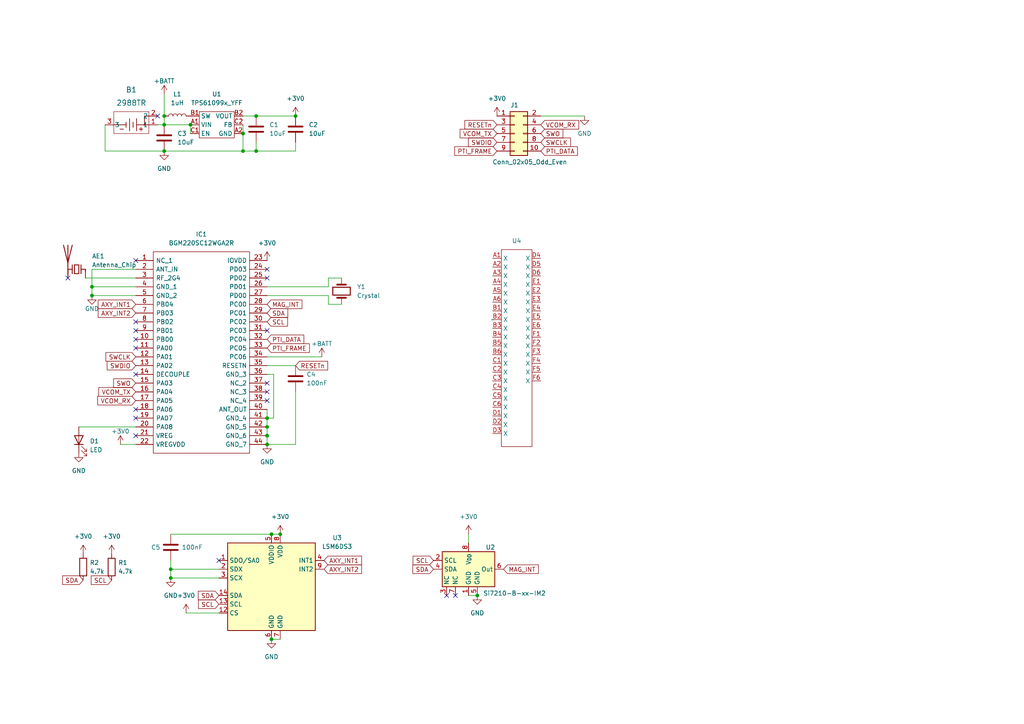
<source format=kicad_sch>
(kicad_sch (version 20230121) (generator eeschema)
  (paper "A4")
  (lib_symbols
    (symbol "BGM:BGM220SC12WGA2R" (pin_names (offset 0.762))
      (property "Reference" "IC" (at 34.29 7.62 0))
      (property "Value" "BGM220SC12WGA2R" (at 34.29 5.08 0))
      (symbol "BGM220SC12WGA2R_0_0"
        (pin passive line (at 0 0 0) (length 5.08) (name "NC_1") (number "1"))
        (pin passive line (at 0 -22.86 0) (length 5.08) (name "PB00") (number "10"))
        (pin passive line (at 0 -25.4 0) (length 5.08) (name "PA00") (number "11"))
        (pin passive line (at 0 -27.94 0) (length 5.08) (name "PA01") (number "12"))
        (pin passive line (at 0 -30.48 0) (length 5.08) (name "PA02") (number "13"))
        (pin passive line (at 0 -33.02 0) (length 5.08) (name "DECOUPLE") (number "14"))
        (pin passive line (at 0 -35.56 0) (length 5.08) (name "PA03") (number "15"))
        (pin passive line (at 0 -38.1 0) (length 5.08) (name "PA04") (number "16"))
        (pin passive line (at 0 -40.64 0) (length 5.08) (name "PA05") (number "17"))
        (pin passive line (at 0 -43.18 0) (length 5.08) (name "PA06") (number "18"))
        (pin passive line (at 0 -45.72 0) (length 5.08) (name "PA07") (number "19"))
        (pin passive line (at 0 -2.54 0) (length 5.08) (name "ANT_IN") (number "2"))
        (pin passive line (at 0 -48.26 0) (length 5.08) (name "PA08") (number "20"))
        (pin passive line (at 0 -50.8 0) (length 5.08) (name "VREG") (number "21"))
        (pin passive line (at 0 -53.34 0) (length 5.08) (name "VREGVDD") (number "22"))
        (pin passive line (at 38.1 0 180) (length 5.08) (name "IOVDD") (number "23"))
        (pin passive line (at 38.1 -2.54 180) (length 5.08) (name "PD03") (number "24"))
        (pin passive line (at 38.1 -5.08 180) (length 5.08) (name "PD02") (number "25"))
        (pin passive line (at 38.1 -7.62 180) (length 5.08) (name "PD01") (number "26"))
        (pin passive line (at 38.1 -10.16 180) (length 5.08) (name "PD00") (number "27"))
        (pin passive line (at 38.1 -12.7 180) (length 5.08) (name "PC00") (number "28"))
        (pin passive line (at 38.1 -15.24 180) (length 5.08) (name "PC01") (number "29"))
        (pin passive line (at 0 -5.08 0) (length 5.08) (name "RF_2G4") (number "3"))
        (pin passive line (at 38.1 -17.78 180) (length 5.08) (name "PC02") (number "30"))
        (pin passive line (at 38.1 -20.32 180) (length 5.08) (name "PC03") (number "31"))
        (pin passive line (at 38.1 -22.86 180) (length 5.08) (name "PC04") (number "32"))
        (pin passive line (at 38.1 -25.4 180) (length 5.08) (name "PC05") (number "33"))
        (pin passive line (at 38.1 -27.94 180) (length 5.08) (name "PC06") (number "34"))
        (pin passive line (at 38.1 -30.48 180) (length 5.08) (name "RESETN") (number "35"))
        (pin passive line (at 38.1 -33.02 180) (length 5.08) (name "GND_3") (number "36"))
        (pin passive line (at 38.1 -35.56 180) (length 5.08) (name "NC_2") (number "37"))
        (pin passive line (at 38.1 -38.1 180) (length 5.08) (name "NC_3") (number "38"))
        (pin passive line (at 38.1 -40.64 180) (length 5.08) (name "NC_4") (number "39"))
        (pin passive line (at 0 -7.62 0) (length 5.08) (name "GND_1") (number "4"))
        (pin passive line (at 38.1 -43.18 180) (length 5.08) (name "ANT_OUT") (number "40"))
        (pin passive line (at 38.1 -45.72 180) (length 5.08) (name "GND_4") (number "41"))
        (pin passive line (at 38.1 -48.26 180) (length 5.08) (name "GND_5") (number "42"))
        (pin passive line (at 38.1 -50.8 180) (length 5.08) (name "GND_6") (number "43"))
        (pin passive line (at 38.1 -53.34 180) (length 5.08) (name "GND_7") (number "44"))
        (pin passive line (at 0 -10.16 0) (length 5.08) (name "GND_2") (number "5"))
        (pin passive line (at 0 -12.7 0) (length 5.08) (name "PB04") (number "6"))
        (pin passive line (at 0 -15.24 0) (length 5.08) (name "PB03") (number "7"))
        (pin passive line (at 0 -17.78 0) (length 5.08) (name "PB02") (number "8"))
        (pin passive line (at 0 -20.32 0) (length 5.08) (name "PB01") (number "9"))
      )
      (symbol "BGM220SC12WGA2R_0_1"
        (polyline (pts (xy 5.08 2.54) (xy 33.02 2.54) (xy 33.02 -55.88) (xy 5.08 -55.88) (xy 5.08 2.54)) (stroke (width 0.1524)))
      )
    )
    (symbol "Batt:2988TR" (pin_names (offset 0.254))
      (property "Reference" "B" (at 7.62 8.89 0))
      (property "Value" "2988TR" (at 7.62 5.08 0))
      (symbol "2988TR_0_1"
        (polyline (pts (xy 2.54 -3.81) (xy 12.7 -3.81)) (stroke (width 0.127)))
        (polyline (pts (xy 2.54 -2.54) (xy 3.81 -2.54)) (stroke (width 0.2032)))
        (polyline (pts (xy 2.54 0) (xy 6.096 0)) (stroke (width 0.2032)))
        (polyline (pts (xy 2.54 2.54) (xy 2.54 -3.81)) (stroke (width 0.127)))
        (polyline (pts (xy 3.81 0) (xy 3.81 -2.54)) (stroke (width 0.2032)))
        (polyline (pts (xy 4.318 1.27) (xy 5.334 1.27)) (stroke (width 0.2032)))
        (polyline (pts (xy 4.826 1.778) (xy 4.826 0.762)) (stroke (width 0.2032)))
        (polyline (pts (xy 6.096 -1.778) (xy 6.096 1.778)) (stroke (width 0.2032)))
        (polyline (pts (xy 7.112 0.762) (xy 7.112 -0.762)) (stroke (width 0.2032)))
        (polyline (pts (xy 8.128 -1.778) (xy 8.128 1.778)) (stroke (width 0.2032)))
        (polyline (pts (xy 9.144 0) (xy 12.7 0)) (stroke (width 0.2032)))
        (polyline (pts (xy 9.144 0.762) (xy 9.144 -0.762)) (stroke (width 0.2032)))
        (polyline (pts (xy 9.906 1.27) (xy 10.922 1.27)) (stroke (width 0.2032)))
        (polyline (pts (xy 12.7 -3.81) (xy 12.7 2.54)) (stroke (width 0.127)))
        (polyline (pts (xy 12.7 2.54) (xy 2.54 2.54)) (stroke (width 0.127)))
        (circle (center 3.81 0) (radius 0.127) (stroke (width 0.254)))
        (pin unspecified line (at 0 0 0) (length 2.54) (name "1") (number "1"))
        (pin unspecified line (at 0 -2.54 0) (length 2.54) (name "2") (number "2"))
        (pin unspecified line (at 15.24 0 180) (length 2.54) (name "3") (number "3"))
      )
    )
    (symbol "Connector_Generic:Conn_02x05_Odd_Even" (pin_names (offset 1.016) hide)
      (property "Reference" "J" (at 1.27 7.62 0))
      (property "Value" "Conn_02x05_Odd_Even" (at 1.27 -7.62 0))
      (symbol "Conn_02x05_Odd_Even_1_1"
        (rectangle (start -1.27 -4.953) (end 0 -5.207) (stroke (width 0.1524)))
        (rectangle (start -1.27 -2.413) (end 0 -2.667) (stroke (width 0.1524)))
        (rectangle (start -1.27 0.127) (end 0 -0.127) (stroke (width 0.1524)))
        (rectangle (start -1.27 2.667) (end 0 2.413) (stroke (width 0.1524)))
        (rectangle (start -1.27 5.207) (end 0 4.953) (stroke (width 0.1524)))
        (rectangle (start -1.27 6.35) (end 3.81 -6.35) (stroke (width 0.254)) (fill (type background)))
        (rectangle (start 3.81 -4.953) (end 2.54 -5.207) (stroke (width 0.1524)))
        (rectangle (start 3.81 -2.413) (end 2.54 -2.667) (stroke (width 0.1524)))
        (rectangle (start 3.81 0.127) (end 2.54 -0.127) (stroke (width 0.1524)))
        (rectangle (start 3.81 2.667) (end 2.54 2.413) (stroke (width 0.1524)))
        (rectangle (start 3.81 5.207) (end 2.54 4.953) (stroke (width 0.1524)))
        (pin passive line (at -5.08 5.08 0) (length 3.81) (name "Pin_1") (number "1"))
        (pin passive line (at 7.62 -5.08 180) (length 3.81) (name "Pin_10") (number "10"))
        (pin passive line (at 7.62 5.08 180) (length 3.81) (name "Pin_2") (number "2"))
        (pin passive line (at -5.08 2.54 0) (length 3.81) (name "Pin_3") (number "3"))
        (pin passive line (at 7.62 2.54 180) (length 3.81) (name "Pin_4") (number "4"))
        (pin passive line (at -5.08 0 0) (length 3.81) (name "Pin_5") (number "5"))
        (pin passive line (at 7.62 0 180) (length 3.81) (name "Pin_6") (number "6"))
        (pin passive line (at -5.08 -2.54 0) (length 3.81) (name "Pin_7") (number "7"))
        (pin passive line (at 7.62 -2.54 180) (length 3.81) (name "Pin_8") (number "8"))
        (pin passive line (at -5.08 -5.08 0) (length 3.81) (name "Pin_9") (number "9"))
      )
    )
    (symbol "Device:Antenna_Chip" (pin_numbers hide) (pin_names (offset 1.016) hide)
      (property "Reference" "AE" (at 0 5.08 0))
      (property "Value" "Antenna_Chip" (at 0 3.175 0))
      (symbol "Antenna_Chip_0_1"
        (polyline (pts (xy -2.54 0) (xy -2.54 -0.635)) (stroke (width 0.254)))
        (polyline (pts (xy -2.54 0) (xy -1.27 0)) (stroke (width 0.254)))
        (polyline (pts (xy 1.27 0) (xy 2.54 0)) (stroke (width 0.254)))
        (polyline (pts (xy 1.27 1.27) (xy 1.27 -1.27)) (stroke (width 0.254)))
        (polyline (pts (xy 2.54 -0.635) (xy 2.54 0)))
        (polyline (pts (xy 2.54 6.985) (xy 2.54 -1.905)) (stroke (width 0.254)))
        (polyline (pts (xy -1.27 1.27) (xy -1.27 -1.27) (xy -1.27 0)) (stroke (width 0.254)))
        (polyline (pts (xy 3.81 6.985) (xy 2.54 1.905) (xy 1.27 6.985)) (stroke (width 0.254)))
        (polyline (pts (xy -0.635 1.27) (xy 0.635 1.27) (xy 0.635 -1.27) (xy -0.635 -1.27) (xy -0.635 1.27)) (stroke (width 0.254)))
      )
      (symbol "Antenna_Chip_1_1"
        (pin input line (at -2.54 -2.54 90) (length 2.54) (name "FEED") (number "1"))
        (pin passive line (at 2.54 -2.54 90) (length 2.54) (name "PCB_Trace") (number "2"))
      )
    )
    (symbol "Device:C" (pin_numbers hide) (pin_names (offset 0.254))
      (property "Reference" "C" (at 0.635 2.54 0))
      (property "Value" "C" (at 0.635 -2.54 0))
      (symbol "C_0_1"
        (polyline (pts (xy -2.032 -0.762) (xy 2.032 -0.762)) (stroke (width 0.508)))
        (polyline (pts (xy -2.032 0.762) (xy 2.032 0.762)) (stroke (width 0.508)))
      )
      (symbol "C_1_1"
        (pin passive line (at 0 3.81 270) (length 2.794) (name "~") (number "1"))
        (pin passive line (at 0 -3.81 90) (length 2.794) (name "~") (number "2"))
      )
    )
    (symbol "Device:Crystal" (pin_numbers hide) (pin_names (offset 1.016) hide)
      (property "Reference" "Y" (at 0 3.81 0))
      (property "Value" "Crystal" (at 0 -3.81 0))
      (symbol "Crystal_0_1"
        (rectangle (start -1.143 2.54) (end 1.143 -2.54) (stroke (width 0.3048)))
        (polyline (pts (xy -2.54 0) (xy -1.905 0)))
        (polyline (pts (xy -1.905 -1.27) (xy -1.905 1.27)) (stroke (width 0.508)))
        (polyline (pts (xy 1.905 -1.27) (xy 1.905 1.27)) (stroke (width 0.508)))
        (polyline (pts (xy 2.54 0) (xy 1.905 0)))
      )
      (symbol "Crystal_1_1"
        (pin passive line (at -3.81 0 0) (length 1.27) (name "1") (number "1"))
        (pin passive line (at 3.81 0 180) (length 1.27) (name "2") (number "2"))
      )
    )
    (symbol "Device:L" (pin_numbers hide) (pin_names (offset 1.016) hide)
      (property "Reference" "L" (at -1.27 0 90))
      (property "Value" "L" (at 1.905 0 90))
      (symbol "L_0_1"
        (arc (start 0 -2.54) (mid 0.6323 -1.905) (end 0 -1.27))
        (arc (start 0 -1.27) (mid 0.6323 -0.635) (end 0 0))
        (arc (start 0 0) (mid 0.6323 0.635) (end 0 1.27))
        (arc (start 0 1.27) (mid 0.6323 1.905) (end 0 2.54))
      )
      (symbol "L_1_1"
        (pin passive line (at 0 3.81 270) (length 1.27) (name "1") (number "1"))
        (pin passive line (at 0 -3.81 90) (length 1.27) (name "2") (number "2"))
      )
    )
    (symbol "Device:LED" (pin_numbers hide) (pin_names (offset 1.016) hide)
      (property "Reference" "D" (at 0 2.54 0))
      (property "Value" "LED" (at 0 -2.54 0))
      (symbol "LED_0_1"
        (polyline (pts (xy -1.27 -1.27) (xy -1.27 1.27)) (stroke (width 0.254)))
        (polyline (pts (xy -1.27 0) (xy 1.27 0)))
        (polyline (pts (xy 1.27 -1.27) (xy 1.27 1.27) (xy -1.27 0) (xy 1.27 -1.27)) (stroke (width 0.254)))
        (polyline (pts (xy -3.048 -0.762) (xy -4.572 -2.286) (xy -3.81 -2.286) (xy -4.572 -2.286) (xy -4.572 -1.524)))
        (polyline (pts (xy -1.778 -0.762) (xy -3.302 -2.286) (xy -2.54 -2.286) (xy -3.302 -2.286) (xy -3.302 -1.524)))
      )
      (symbol "LED_1_1"
        (pin passive line (at -3.81 0 0) (length 2.54) (name "K") (number "1"))
        (pin passive line (at 3.81 0 180) (length 2.54) (name "A") (number "2"))
      )
    )
    (symbol "Device:R" (pin_numbers hide) (pin_names (offset 0))
      (property "Reference" "R" (at 2.032 0 90))
      (property "Value" "R" (at 0 0 90))
      (symbol "R_0_1"
        (rectangle (start -1.016 -2.54) (end 1.016 2.54) (stroke (width 0.254)))
      )
      (symbol "R_1_1"
        (pin passive line (at 0 3.81 270) (length 1.27) (name "~") (number "1"))
        (pin passive line (at 0 -3.81 90) (length 1.27) (name "~") (number "2"))
      )
    )
    (symbol "Juxta:TPS61099x_YFF"
      (property "Reference" "U" (at -3.81 5.08 0))
      (property "Value" "TPS61099x_YFF" (at 0 -5.08 0))
      (symbol "TPS61099x_YFF_0_1"
        (rectangle (start -5.08 3.81) (end 5.08 -3.81))
      )
      (symbol "TPS61099x_YFF_1_1"
        (pin input line (at -7.62 0 0) (length 2.54) (name "VIN") (number "A1"))
        (pin input line (at 7.62 -2.54 180) (length 2.54) (name "GND") (number "A2"))
        (pin input line (at -7.62 2.54 0) (length 2.54) (name "SW") (number "B1"))
        (pin input line (at 7.62 2.54 180) (length 2.54) (name "VOUT") (number "B2"))
        (pin input line (at -7.62 -2.54 0) (length 2.54) (name "EN") (number "C1"))
        (pin input line (at 7.62 0 180) (length 2.54) (name "FB") (number "C2"))
      )
    )
    (symbol "JuxtaN_SchematicLib:AFE4950"
      (property "Reference" "U" (at 6.35 -7.62 0))
      (symbol "AFE4950_0_1"
        (rectangle (start 2.54 20.32) (end 11.43 -36.83))
      )
      (symbol "AFE4950_1_1"
        (pin input line (at 0 17.78 0) (length 2.54) (name "X") (number "A1"))
        (pin input line (at 0 15.24 0) (length 2.54) (name "X") (number "A2"))
        (pin input line (at 0 12.7 0) (length 2.54) (name "X") (number "A3"))
        (pin input line (at 0 10.16 0) (length 2.54) (name "X") (number "A4"))
        (pin input line (at 0 7.62 0) (length 2.54) (name "X") (number "A5"))
        (pin input line (at 0 5.08 0) (length 2.54) (name "X") (number "A6"))
        (pin input line (at 0 2.54 0) (length 2.54) (name "X") (number "B1"))
        (pin input line (at 0 0 0) (length 2.54) (name "X") (number "B2"))
        (pin input line (at 0 -2.54 0) (length 2.54) (name "X") (number "B3"))
        (pin input line (at 0 -5.08 0) (length 2.54) (name "X") (number "B4"))
        (pin input line (at 0 -7.62 0) (length 2.54) (name "X") (number "B5"))
        (pin input line (at 0 -10.16 0) (length 2.54) (name "X") (number "B6"))
        (pin input line (at 0 -12.7 0) (length 2.54) (name "X") (number "C1"))
        (pin input line (at 0 -15.24 0) (length 2.54) (name "X") (number "C2"))
        (pin input line (at 0 -17.78 0) (length 2.54) (name "X") (number "C3"))
        (pin input line (at 0 -20.32 0) (length 2.54) (name "X") (number "C4"))
        (pin input line (at 0 -22.86 0) (length 2.54) (name "X") (number "C5"))
        (pin input line (at 0 -25.4 0) (length 2.54) (name "X") (number "C6"))
        (pin input line (at 0 -27.94 0) (length 2.54) (name "X") (number "D1"))
        (pin input line (at 0 -30.48 0) (length 2.54) (name "X") (number "D2"))
        (pin input line (at 0 -33.02 0) (length 2.54) (name "X") (number "D3"))
        (pin input line (at 13.97 17.78 180) (length 2.54) (name "X") (number "D4"))
        (pin input line (at 13.97 15.24 180) (length 2.54) (name "X") (number "D5"))
        (pin input line (at 13.97 12.7 180) (length 2.54) (name "X") (number "D6"))
        (pin input line (at 13.97 10.16 180) (length 2.54) (name "X") (number "E1"))
        (pin input line (at 13.97 7.62 180) (length 2.54) (name "X") (number "E2"))
        (pin input line (at 13.97 5.08 180) (length 2.54) (name "X") (number "E3"))
        (pin input line (at 13.97 2.54 180) (length 2.54) (name "X") (number "E4"))
        (pin input line (at 13.97 0 180) (length 2.54) (name "X") (number "E5"))
        (pin input line (at 13.97 -2.54 180) (length 2.54) (name "X") (number "E6"))
        (pin input line (at 13.97 -5.08 180) (length 2.54) (name "X") (number "F1"))
        (pin input line (at 13.97 -7.62 180) (length 2.54) (name "X") (number "F2"))
        (pin input line (at 13.97 -10.16 180) (length 2.54) (name "X") (number "F3"))
        (pin input line (at 13.97 -12.7 180) (length 2.54) (name "X") (number "F4"))
        (pin input line (at 13.97 -15.24 180) (length 2.54) (name "X") (number "F5"))
        (pin input line (at 13.97 -17.78 180) (length 2.54) (name "X") (number "F6"))
      )
    )
    (symbol "Sensor_Magnetic:Si7210-B-xx-IM2"
      (property "Reference" "U2" (at 6.35 6.35 0))
      (property "Value" "Si7210-B-xx-IM2" (at 13.335 -6.985 0))
      (symbol "Si7210-B-xx-IM2_0_1"
        (rectangle (start -7.62 5.08) (end 7.62 -5.08) (stroke (width 0.254)) (fill (type background)))
      )
      (symbol "Si7210-B-xx-IM2_1_1"
        (pin power_in line (at 0 -7.62 90) (length 2.54) (name "GND") (number "1"))
        (pin input line (at -10.16 2.54 0) (length 2.54) (name "SCL") (number "2"))
        (pin input line (at -6.35 -7.62 90) (length 2.54) (name "NC") (number "3"))
        (pin bidirectional line (at -10.16 0 0) (length 2.54) (name "SDA") (number "4"))
        (pin power_in line (at 2.54 -7.62 90) (length 2.54) (name "GND") (number "5"))
        (pin bidirectional line (at 10.16 0 180) (length 2.54) (name "Out") (number "6"))
        (pin input line (at -3.81 -7.62 90) (length 2.54) (name "NC") (number "7"))
        (pin power_in line (at 0 7.62 270) (length 2.54) (name "V_{DD}") (number "8"))
      )
    )
    (symbol "Sensor_Motion:LSM6DS3"
      (property "Reference" "U" (at -11.43 15.24 0))
      (property "Value" "LSM6DS3" (at -11.43 12.7 0))
      (symbol "LSM6DS3_0_1"
        (rectangle (start -12.7 12.7) (end 12.7 -12.7) (stroke (width 0.254)) (fill (type background)))
      )
      (symbol "LSM6DS3_1_1"
        (pin bidirectional line (at -15.24 7.62 0) (length 2.54) (name "SDO/SA0") (number "1"))
        (pin no_connect line (at 12.7 -5.08 180) (length 3.81) hide (name "NC") (number "10"))
        (pin no_connect line (at 12.7 -2.54 180) (length 3.81) hide (name "NC") (number "11"))
        (pin input line (at -15.24 -7.62 0) (length 2.54) (name "CS") (number "12"))
        (pin input line (at -15.24 -5.08 0) (length 2.54) (name "SCL") (number "13"))
        (pin bidirectional line (at -15.24 -2.54 0) (length 2.54) (name "SDA") (number "14"))
        (pin bidirectional line (at -15.24 5.08 0) (length 2.54) (name "SDX") (number "2"))
        (pin input line (at -15.24 2.54 0) (length 2.54) (name "SCX") (number "3"))
        (pin output line (at 15.24 7.62 180) (length 2.54) (name "INT1") (number "4"))
        (pin power_in line (at 0 15.24 270) (length 2.54) (name "VDDIO") (number "5"))
        (pin power_in line (at 0 -15.24 90) (length 2.54) (name "GND") (number "6"))
        (pin power_in line (at 2.54 -15.24 90) (length 2.54) (name "GND") (number "7"))
        (pin power_in line (at 2.54 15.24 270) (length 2.54) (name "VDD") (number "8"))
        (pin output line (at 15.24 5.08 180) (length 2.54) (name "INT2") (number "9"))
      )
    )
    (symbol "power:+3V0" (power) (pin_names (offset 0))
      (property "Value" "+3V0" (at 0 3.556 0))
      (symbol "+3V0_0_1"
        (polyline (pts (xy -0.762 1.27) (xy 0 2.54)))
        (polyline (pts (xy 0 0) (xy 0 2.54)))
        (polyline (pts (xy 0 2.54) (xy 0.762 1.27)))
      )
      (symbol "+3V0_1_1"
        (pin power_in line (at 0 0 90) (length 0) hide (name "+3V0") (number "1"))
      )
    )
    (symbol "power:+BATT" (power) (pin_names (offset 0))
      (property "Value" "+BATT" (at 0 3.556 0))
      (symbol "+BATT_0_1"
        (polyline (pts (xy -0.762 1.27) (xy 0 2.54)))
        (polyline (pts (xy 0 0) (xy 0 2.54)))
        (polyline (pts (xy 0 2.54) (xy 0.762 1.27)))
      )
      (symbol "+BATT_1_1"
        (pin power_in line (at 0 0 90) (length 0) hide (name "+BATT") (number "1"))
      )
    )
    (symbol "power:GND" (power) (pin_names (offset 0))
      (property "Value" "GND" (at 0 -3.81 0))
      (symbol "GND_0_1"
        (polyline (pts (xy 0 0) (xy 0 -1.27) (xy 1.27 -1.27) (xy 0 -2.54) (xy -1.27 -1.27) (xy 0 -1.27)))
      )
      (symbol "GND_1_1"
        (pin power_in line (at 0 0 270) (length 0) hide (name "GND") (number "1"))
      )
    )
  )
  (junction (at 77.47 128.905))
  (junction (at 47.625 36.195))
  (junction (at 47.625 43.815))
  (junction (at 74.295 33.655))
  (junction (at 55.245 36.195))
  (junction (at 77.47 126.365))
  (junction (at 77.47 123.825))
  (junction (at 49.53 165.1))
  (junction (at 47.625 33.655))
  (junction (at 70.485 38.735))
  (junction (at 78.74 185.42))
  (junction (at 26.67 83.185))
  (junction (at 70.485 43.815))
  (junction (at 74.295 43.815))
  (junction (at 77.47 121.285))
  (junction (at 85.725 33.655))
  (junction (at 78.74 154.94))
  (junction (at 26.67 85.725))
  (junction (at 49.53 167.64))
  (junction (at 81.28 154.94))
  (junction (at 138.43 172.72))
  (no_connect (at 45.72 33.655))
  (no_connect (at 77.47 116.205))
  (no_connect (at 77.47 113.665))
  (no_connect (at 39.37 126.365))
  (no_connect (at 77.47 95.885))
  (no_connect (at 63.5 162.56))
  (no_connect (at 39.37 118.745))
  (no_connect (at 39.37 93.345))
  (no_connect (at 39.37 108.585))
  (no_connect (at 39.37 75.565))
  (no_connect (at 39.37 95.885))
  (no_connect (at 77.47 111.125))
  (no_connect (at 39.37 100.965))
  (no_connect (at 77.47 80.645))
  (no_connect (at 77.47 78.105))
  (no_connect (at 19.685 80.645))
  (no_connect (at 39.37 121.285))
  (no_connect (at 132.08 172.72))
  (no_connect (at 39.37 98.425))
  (no_connect (at 129.54 172.72))
  (wire (pts (xy 79.375 121.285) (xy 77.47 121.285)))
  (wire (pts (xy 49.53 165.1) (xy 49.53 167.64)))
  (wire (pts (xy 26.67 85.725) (xy 26.67 83.185)))
  (wire (pts (xy 79.375 108.585) (xy 79.375 121.285)))
  (wire (pts (xy 85.725 113.665) (xy 85.725 128.905)))
  (wire (pts (xy 77.47 121.285) (xy 77.47 123.825)))
  (wire (pts (xy 77.47 85.725) (xy 95.25 85.725)))
  (wire (pts (xy 74.295 43.815) (xy 70.485 43.815)))
  (wire (pts (xy 77.47 123.825) (xy 77.47 126.365)))
  (wire (pts (xy 49.53 154.94) (xy 78.74 154.94)))
  (wire (pts (xy 74.295 41.275) (xy 74.295 43.815)))
  (wire (pts (xy 49.53 165.1) (xy 63.5 165.1)))
  (wire (pts (xy 85.725 43.815) (xy 74.295 43.815)))
  (wire (pts (xy 78.74 154.94) (xy 81.28 154.94)))
  (wire (pts (xy 77.47 83.185) (xy 95.25 83.185)))
  (wire (pts (xy 34.925 128.905) (xy 39.37 128.905)))
  (wire (pts (xy 135.89 157.48) (xy 135.89 154.94)))
  (wire (pts (xy 85.725 41.275) (xy 85.725 43.815)))
  (wire (pts (xy 95.25 88.265) (xy 99.06 88.265)))
  (wire (pts (xy 70.485 38.735) (xy 70.485 43.815)))
  (wire (pts (xy 39.37 123.825) (xy 22.86 123.825)))
  (wire (pts (xy 74.295 33.655) (xy 85.725 33.655)))
  (wire (pts (xy 26.67 78.105) (xy 26.67 83.185)))
  (wire (pts (xy 49.53 167.64) (xy 63.5 167.64)))
  (wire (pts (xy 77.47 103.505) (xy 93.345 103.505)))
  (wire (pts (xy 55.245 36.195) (xy 55.245 38.735)))
  (wire (pts (xy 77.47 126.365) (xy 77.47 128.905)))
  (wire (pts (xy 70.485 36.195) (xy 70.485 38.735)))
  (wire (pts (xy 30.48 36.195) (xy 30.48 43.815)))
  (wire (pts (xy 26.67 83.185) (xy 39.37 83.185)))
  (wire (pts (xy 24.765 80.645) (xy 39.37 80.645)))
  (wire (pts (xy 30.48 43.815) (xy 47.625 43.815)))
  (wire (pts (xy 77.47 106.045) (xy 85.725 106.045)))
  (wire (pts (xy 70.485 43.815) (xy 47.625 43.815)))
  (wire (pts (xy 45.72 36.195) (xy 47.625 36.195)))
  (wire (pts (xy 49.53 162.56) (xy 49.53 165.1)))
  (wire (pts (xy 77.47 108.585) (xy 79.375 108.585)))
  (wire (pts (xy 47.625 27.305) (xy 47.625 33.655)))
  (wire (pts (xy 47.625 33.655) (xy 47.625 36.195)))
  (wire (pts (xy 78.74 185.42) (xy 81.28 185.42)))
  (wire (pts (xy 70.485 33.655) (xy 74.295 33.655)))
  (wire (pts (xy 39.37 78.105) (xy 26.67 78.105)))
  (wire (pts (xy 47.625 36.195) (xy 55.245 36.195)))
  (wire (pts (xy 95.25 83.185) (xy 95.25 80.645)))
  (wire (pts (xy 26.67 85.725) (xy 39.37 85.725)))
  (wire (pts (xy 95.25 80.645) (xy 99.06 80.645)))
  (wire (pts (xy 156.845 33.655) (xy 169.545 33.655)))
  (wire (pts (xy 53.975 177.8) (xy 63.5 177.8)))
  (wire (pts (xy 95.25 85.725) (xy 95.25 88.265)))
  (wire (pts (xy 77.47 118.745) (xy 77.47 121.285)))
  (wire (pts (xy 135.89 172.72) (xy 138.43 172.72)))
  (wire (pts (xy 85.725 128.905) (xy 77.47 128.905)))
  (global_label "SDA" (shape input) (at 77.47 90.805 0) (property "Intersheetrefs" "${INTERSHEET_REFS}" (effects hide)))
  (global_label "SCL" (shape input) (at 32.385 168.275 180) (property "Intersheetrefs" "${INTERSHEET_REFS}" (effects hide)))
  (global_label "SWCLK" (shape input) (at 39.37 103.505 180) (property "Intersheetrefs" "${INTERSHEET_REFS}" (effects hide)))
  (global_label "SCL" (shape input) (at 77.47 93.345 0) (property "Intersheetrefs" "${INTERSHEET_REFS}" (effects hide)))
  (global_label "PTI_FRAME" (shape input) (at 77.47 100.965 0) (property "Intersheetrefs" "${INTERSHEET_REFS}" (effects hide)))
  (global_label "SDA" (shape input) (at 63.5 172.72 180) (property "Intersheetrefs" "${INTERSHEET_REFS}" (effects hide)))
  (global_label "RESETn" (shape input) (at 144.145 36.195 180) (property "Intersheetrefs" "${INTERSHEET_REFS}" (effects hide)))
  (global_label "SWDIO" (shape input) (at 39.37 106.045 180) (property "Intersheetrefs" "${INTERSHEET_REFS}" (effects hide)))
  (global_label "VCOM_RX" (shape input) (at 39.37 116.205 180) (property "Intersheetrefs" "${INTERSHEET_REFS}" (effects hide)))
  (global_label "PTI_DATA" (shape input) (at 156.845 43.815 0) (property "Intersheetrefs" "${INTERSHEET_REFS}" (effects hide)))
  (global_label "AXY_INT2" (shape input) (at 93.98 165.1 0) (property "Intersheetrefs" "${INTERSHEET_REFS}" (effects hide)))
  (global_label "PTI_DATA" (shape input) (at 77.47 98.425 0) (property "Intersheetrefs" "${INTERSHEET_REFS}" (effects hide)))
  (global_label "AXY_INT2" (shape input) (at 39.37 90.805 180) (property "Intersheetrefs" "${INTERSHEET_REFS}" (effects hide)))
  (global_label "VCOM_TX" (shape input) (at 39.37 113.665 180) (property "Intersheetrefs" "${INTERSHEET_REFS}" (effects hide)))
  (global_label "MAG_INT" (shape input) (at 77.47 88.265 0) (property "Intersheetrefs" "${INTERSHEET_REFS}" (effects hide)))
  (global_label "SCL" (shape input) (at 125.73 162.56 180) (property "Intersheetrefs" "${INTERSHEET_REFS}" (effects hide)))
  (global_label "VCOM_TX" (shape input) (at 144.145 38.735 180) (property "Intersheetrefs" "${INTERSHEET_REFS}" (effects hide)))
  (global_label "VCOM_RX" (shape input) (at 156.845 36.195 0) (property "Intersheetrefs" "${INTERSHEET_REFS}" (effects hide)))
  (global_label "SWCLK" (shape input) (at 156.845 41.275 0) (property "Intersheetrefs" "${INTERSHEET_REFS}" (effects hide)))
  (global_label "SWO" (shape input) (at 156.845 38.735 0) (property "Intersheetrefs" "${INTERSHEET_REFS}" (effects hide)))
  (global_label "PTI_FRAME" (shape input) (at 144.145 43.815 180) (property "Intersheetrefs" "${INTERSHEET_REFS}" (effects hide)))
  (global_label "MAG_INT" (shape input) (at 146.05 165.1 0) (property "Intersheetrefs" "${INTERSHEET_REFS}" (effects hide)))
  (global_label "AXY_INT1" (shape input) (at 93.98 162.56 0) (property "Intersheetrefs" "${INTERSHEET_REFS}" (effects hide)))
  (global_label "SWDIO" (shape input) (at 144.145 41.275 180) (property "Intersheetrefs" "${INTERSHEET_REFS}" (effects hide)))
  (global_label "SDA" (shape input) (at 125.73 165.1 180) (property "Intersheetrefs" "${INTERSHEET_REFS}" (effects hide)))
  (global_label "SCL" (shape input) (at 63.5 175.26 180) (property "Intersheetrefs" "${INTERSHEET_REFS}" (effects hide)))
  (global_label "RESETn" (shape input) (at 85.725 106.045 0) (property "Intersheetrefs" "${INTERSHEET_REFS}" (effects hide)))
  (global_label "AXY_INT1" (shape input) (at 39.37 88.265 180) (property "Intersheetrefs" "${INTERSHEET_REFS}" (effects hide)))
  (global_label "SWO" (shape input) (at 39.37 111.125 180) (property "Intersheetrefs" "${INTERSHEET_REFS}" (effects hide)))
  (global_label "SDA" (shape input) (at 24.13 168.275 180) (property "Intersheetrefs" "${INTERSHEET_REFS}" (effects hide)))
  (symbol (lib_id "BGM:BGM220SC12WGA2R") (at 39.37 75.565 0) (unit 1)
    (property "Reference" "IC1" (at 58.42 67.945 0))
    (property "Value" "BGM220SC12WGA2R" (at 58.42 70.485 0))
    (property "Footprint" "Juxta:BGM220SC12WGA2R" (effects hide))
    (property "Datasheet" "https://www.silabs.com/documents/public/data-sheets/bgm220s-datasheet.pdf" (effects hide))
    (property "Description" "RF System on a Chip - SoC Wireless Gecko, Bluetooth SiP module, Secure Boot with Root of Trust and Secure Loader (RTSL), 38.4 MHz, 2.4G, 0dB, Built-in antenna/RF, 24 GPIO" (effects hide))
    (property "Height" "1.28" (effects hide))
    (property "Mouser Part Number" "634-BGM220SC12WGA2R" (effects hide))
    (property "Mouser Price/Stock" "https://www.mouser.co.uk/ProductDetail/Silicon-Labs/BGM220SC12WGA2R?qs=7MVldsJ5UawQhjcQMDLKvA%3D%3D" (effects hide))
    (property "Manufacturer_Name" "Silicon Labs" (effects hide))
    (property "Manufacturer_Part_Number" "BGM220SC12WGA2R" (effects hide))
  )
  (symbol (lib_id "power:+BATT") (at 47.625 27.305 0) (unit 1)
    (property "Reference" "#PWR0101" (effects hide))
    (property "Value" "+BATT" (at 47.625 23.495 0))
  )
  (symbol (lib_id "power:GND") (at 169.545 33.655 0) (unit 1)
    (property "Reference" "#PWR04" (effects hide))
    (property "Value" "GND" (at 169.545 38.735 0))
  )
  (symbol (lib_id "power:GND") (at 138.43 172.72 0) (unit 1)
    (property "Reference" "#PWR015" (effects hide))
    (property "Value" "GND" (at 138.43 177.8 0))
  )
  (symbol (lib_id "Device:C") (at 49.53 158.75 0) (unit 1)
    (property "Reference" "C5" (at 43.815 158.75 0) (effects (justify left)))
    (property "Value" "100nF" (at 52.705 158.75 0) (effects (justify left)))
    (property "Footprint" "Capacitor_SMD:C_0402_1005Metric" (effects hide))
    (property "JLC" "C1525" (effects hide))
  )
  (symbol (lib_id "power:GND") (at 77.47 128.905 0) (unit 1)
    (property "Reference" "#PWR011" (effects hide))
    (property "Value" "GND" (at 77.47 133.985 0))
  )
  (symbol (lib_id "power:+3V0") (at 135.89 154.94 0) (unit 1)
    (property "Reference" "#PWR012" (effects hide))
    (property "Value" "+3V0" (at 135.89 149.86 0))
  )
  (symbol (lib_id "power:+3V0") (at 81.28 154.94 0) (unit 1)
    (property "Reference" "#PWR013" (effects hide))
    (property "Value" "+3V0" (at 81.28 149.86 0))
  )
  (symbol (lib_id "power:GND") (at 26.67 85.725 0) (unit 1)
    (property "Reference" "#PWR07" (effects hide))
    (property "Value" "GND" (at 26.67 89.535 0))
  )
  (symbol (lib_id "Device:C") (at 47.625 40.005 0) (unit 1)
    (property "Reference" "C3" (at 51.435 38.7349 0) (effects (justify left)))
    (property "Value" "10uF" (at 51.435 41.2749 0) (effects (justify left)))
    (property "Footprint" "Capacitor_SMD:C_0603_1608Metric" (effects hide))
    (property "JLC" "C15525" (effects hide))
  )
  (symbol (lib_id "Device:Antenna_Chip") (at 22.225 78.105 0) (mirror y) (unit 1)
    (property "Reference" "AE1" (at 26.67 74.2949 0) (effects (justify right)))
    (property "Value" "Antenna_Chip" (at 26.67 76.8349 0) (effects (justify right)))
    (property "Footprint" "Juxta:2450AT18B100" (effects hide))
    (property "DigiKey" "712-1006-1-ND" (effects hide))
    (property "JLC" "C2917717" (effects hide))
    (property "Mouser Part Number" "609-2450AT18B100E" (effects hide))
  )
  (symbol (lib_id "Device:L") (at 51.435 33.655 90) (unit 1)
    (property "Reference" "L1" (at 51.435 27.305 90))
    (property "Value" "1uH" (at 51.435 29.845 90))
    (property "Footprint" "Inductor_SMD:L_0805_2012Metric" (effects hide))
    (property "Mouser Part Number" "81-LQM21PN1R0MGHL" (effects hide))
    (property "JLC" "C1042" (effects hide))
  )
  (symbol (lib_id "power:+3V0") (at 77.47 75.565 0) (unit 1)
    (property "Reference" "#PWR06" (effects hide))
    (property "Value" "+3V0" (at 77.47 70.485 0))
  )
  (symbol (lib_id "power:GND") (at 78.74 185.42 0) (unit 1)
    (property "Reference" "#PWR016" (effects hide))
    (property "Value" "GND" (at 78.74 190.5 0))
  )
  (symbol (lib_id "Device:C") (at 85.725 109.855 0) (unit 1)
    (property "Reference" "C4" (at 88.9 108.5849 0) (effects (justify left)))
    (property "Value" "100nF" (at 88.9 111.1249 0) (effects (justify left)))
    (property "Footprint" "Capacitor_SMD:C_0402_1005Metric" (effects hide))
    (property "JLC" "C1525" (effects hide))
  )
  (symbol (lib_id "power:GND") (at 22.86 131.445 0) (unit 1)
    (property "Reference" "#PWR09" (effects hide))
    (property "Value" "GND" (at 22.86 136.525 0))
  )
  (symbol (lib_id "Device:R") (at 24.13 164.465 0) (unit 1)
    (property "Reference" "R2" (at 26.035 163.1949 0) (effects (justify left)))
    (property "Value" "4.7k" (at 26.035 165.7349 0) (effects (justify left)))
    (property "Footprint" "Resistor_SMD:R_0402_1005Metric" (effects hide))
    (property "JLC" "C105871" (effects hide))
  )
  (symbol (lib_id "Sensor_Motion:LSM6DS3") (at 78.74 170.18 0) (unit 1)
    (property "Reference" "U3" (at 97.79 155.9812 0))
    (property "Value" "LSM6DS3" (at 97.79 158.5212 0))
    (property "Footprint" "Package_LGA:LGA-14_3x2.5mm_P0.5mm_LayoutBorder3x4y" (effects hide))
    (property "Datasheet" "https://www.st.com/resource/en/datasheet/lsm6ds3tr-c.pdf" (effects hide))
    (property "Mouser Part Number" "511-LSM6DSOTR" (effects hide))
  )
  (symbol (lib_id "power:+3V0") (at 34.925 128.905 0) (unit 1)
    (property "Reference" "#PWR010" (effects hide))
    (property "Value" "+3V0" (at 34.925 125.095 0))
  )
  (symbol (lib_id "Device:Crystal") (at 99.06 84.455 90) (unit 1)
    (property "Reference" "Y1" (at 103.505 83.1849 90) (effects (justify right)))
    (property "Value" "Crystal" (at 103.505 85.7249 90) (effects (justify right)))
    (property "Footprint" "Crystal:Crystal_SMD_2012-2Pin_2.0x1.2mm" (effects hide))
    (property "JLC" "C127491" (effects hide))
  )
  (symbol (lib_id "Juxta:TPS61099x_YFF") (at 62.865 36.195 0) (unit 1)
    (property "Reference" "U1" (at 62.865 27.305 0))
    (property "Value" "TPS61099x_YFF" (at 62.865 29.845 0))
    (property "Footprint" "Juxta:BGA-6_2x3_0.914x1.256mm" (effects hide))
    (property "Mouser Part Number" "595-TPS610993YFFR" (effects hide))
  )
  (symbol (lib_id "power:+3V0") (at 32.385 160.655 0) (unit 1)
    (property "Reference" "#PWR0104" (effects hide))
    (property "Value" "+3V0" (at 32.385 155.575 0))
  )
  (symbol (lib_id "Batt:2988TR") (at 45.72 36.195 180) (unit 1)
    (property "Reference" "B1" (at 38.1 26.035 0) (effects (font (size 1.524 1.524))))
    (property "Value" "2988TR" (at 38.1 29.845 0) (effects (font (size 1.524 1.524))))
    (property "Footprint" "Juxta:2988TR_KEY" (effects hide))
    (property "Datasheet" "2988TR" (effects hide))
    (property "Mouser Part Number" "534-2988TR" (effects hide))
  )
  (symbol (lib_id "power:+3V0") (at 24.13 160.655 0) (unit 1)
    (property "Reference" "#PWR0105" (effects hide))
    (property "Value" "+3V0" (at 24.13 155.575 0))
  )
  (symbol (lib_id "JuxtaN_SchematicLib:AFE4950") (at 142.875 92.71 0) (unit 1)
    (property "Reference" "U4" (at 149.86 69.85 0))
    (property "Value" "~" (at 142.875 92.71 0))
    (property "Footprint" "JuxtaN:BGA-36_6x6_2.6x2.5mm" (effects hide))
  )
  (symbol (lib_id "Sensor_Magnetic:Si7210-B-xx-IM2") (at 135.89 165.1 0) (unit 1)
    (property "Reference" "U2" (at 142.24 158.75 0))
    (property "Value" "Si7210-B-xx-IM2" (at 149.225 172.085 0))
    (property "Footprint" "Package_DFN_QFN:TDFN-8_1.4x1.6mm_P0.4mm" (effects hide))
    (property "Datasheet" "https://www.silabs.com/documents/public/data-sheets/si7210-datasheet.pdf" (effects hide))
    (property "Mouser Part Number" "634-SI7210-B-12-IM2" (effects hide))
  )
  (symbol (lib_id "Device:C") (at 85.725 37.465 0) (unit 1)
    (property "Reference" "C2" (at 89.535 36.1949 0) (effects (justify left)))
    (property "Value" "10uF" (at 89.535 38.7349 0) (effects (justify left)))
    (property "Footprint" "Capacitor_SMD:C_0603_1608Metric" (effects hide))
    (property "JLC" "C15525" (effects hide))
  )
  (symbol (lib_id "power:+3V0") (at 53.975 177.8 0) (unit 1)
    (property "Reference" "#PWR0103" (effects hide))
    (property "Value" "+3V0" (at 53.975 172.72 0))
  )
  (symbol (lib_id "Device:C") (at 74.295 37.465 0) (unit 1)
    (property "Reference" "C1" (at 78.105 36.1949 0) (effects (justify left)))
    (property "Value" "10uF" (at 78.105 38.7349 0) (effects (justify left)))
    (property "Footprint" "Capacitor_SMD:C_0603_1608Metric" (effects hide))
    (property "JLC" "C15525" (effects hide))
  )
  (symbol (lib_id "Device:R") (at 32.385 164.465 0) (unit 1)
    (property "Reference" "R1" (at 34.29 163.1949 0) (effects (justify left)))
    (property "Value" "4.7k" (at 34.29 165.7349 0) (effects (justify left)))
    (property "Footprint" "Resistor_SMD:R_0402_1005Metric" (effects hide))
    (property "JLC" "C105871" (effects hide))
  )
  (symbol (lib_id "power:+3V0") (at 85.725 33.655 0) (unit 1)
    (property "Reference" "#PWR02" (effects hide))
    (property "Value" "+3V0" (at 85.725 28.575 0))
  )
  (symbol (lib_id "power:GND") (at 47.625 43.815 0) (unit 1)
    (property "Reference" "#PWR05" (effects hide))
    (property "Value" "GND" (at 47.625 48.895 0))
  )
  (symbol (lib_id "Device:LED") (at 22.86 127.635 90) (unit 1)
    (property "Reference" "D1" (at 26.035 127.9524 90) (effects (justify right)))
    (property "Value" "LED" (at 26.035 130.4924 90) (effects (justify right)))
    (property "Footprint" "LED_SMD:LED_0603_1608Metric" (effects hide))
    (property "Mouser Part Number" "755-SMLD12EN1WT86" (effects hide))
  )
  (symbol (lib_id "Connector_Generic:Conn_02x05_Odd_Even") (at 149.225 38.735 0) (unit 1)
    (property "Reference" "J1" (at 149.225 30.48 0))
    (property "Value" "Conn_02x05_Odd_Even" (at 153.67 46.99 0))
    (property "Footprint" "Juxta:TC2050-IDC-FP" (effects hide))
  )
  (symbol (lib_id "power:GND") (at 49.53 167.64 0) (unit 1)
    (property "Reference" "#PWR014" (effects hide))
    (property "Value" "GND" (at 49.53 172.72 0))
  )
  (symbol (lib_id "power:+BATT") (at 93.345 103.505 0) (unit 1)
    (property "Reference" "#PWR0102" (effects hide))
    (property "Value" "+BATT" (at 93.345 99.695 0))
  )
  (symbol (lib_id "power:+3V0") (at 144.145 33.655 0) (unit 1)
    (property "Reference" "#PWR03" (effects hide))
    (property "Value" "+3V0" (at 144.145 28.575 0))
  )
)
</source>
